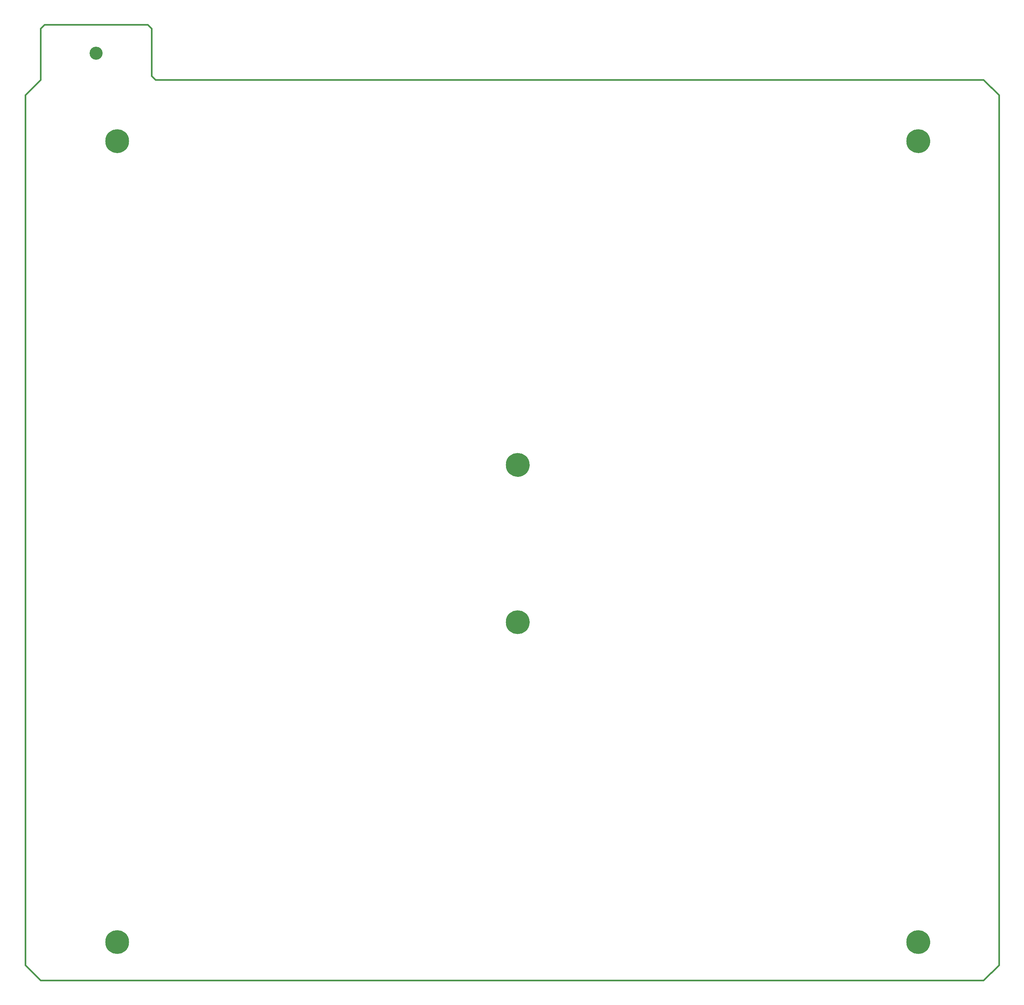
<source format=gbs>
G75*
%MOIN*%
%OFA0B0*%
%FSLAX25Y25*%
%IPPOS*%
%LPD*%
%AMOC8*
5,1,8,0,0,1.08239X$1,22.5*
%
%ADD10C,0.00000*%
%ADD11C,0.13398*%
%ADD12C,0.24422*%
%ADD13C,0.01600*%
D10*
X0003934Y0014445D02*
X0019682Y-0001303D01*
X0988186Y-0001303D01*
X1003934Y0014445D01*
X1003934Y0908146D01*
X0988186Y0923894D01*
X0137792Y0923894D01*
X0133855Y0927831D01*
X0133855Y0976650D01*
X0129918Y0980587D01*
X0023619Y0980587D01*
X0019682Y0976650D01*
X0019682Y0923894D01*
X0003934Y0908146D01*
X0003934Y0014445D01*
X0086611Y0038067D02*
X0086615Y0038357D01*
X0086625Y0038647D01*
X0086643Y0038936D01*
X0086668Y0039225D01*
X0086700Y0039513D01*
X0086739Y0039800D01*
X0086785Y0040086D01*
X0086838Y0040371D01*
X0086898Y0040655D01*
X0086965Y0040937D01*
X0087039Y0041217D01*
X0087120Y0041496D01*
X0087207Y0041772D01*
X0087301Y0042046D01*
X0087402Y0042318D01*
X0087510Y0042587D01*
X0087624Y0042853D01*
X0087745Y0043117D01*
X0087872Y0043377D01*
X0088006Y0043635D01*
X0088145Y0043889D01*
X0088291Y0044139D01*
X0088443Y0044386D01*
X0088602Y0044629D01*
X0088766Y0044868D01*
X0088935Y0045103D01*
X0089111Y0045334D01*
X0089292Y0045560D01*
X0089479Y0045782D01*
X0089671Y0045999D01*
X0089868Y0046211D01*
X0090070Y0046419D01*
X0090278Y0046621D01*
X0090490Y0046818D01*
X0090707Y0047010D01*
X0090929Y0047197D01*
X0091155Y0047378D01*
X0091386Y0047554D01*
X0091621Y0047723D01*
X0091860Y0047887D01*
X0092103Y0048046D01*
X0092350Y0048198D01*
X0092600Y0048344D01*
X0092854Y0048483D01*
X0093112Y0048617D01*
X0093372Y0048744D01*
X0093636Y0048865D01*
X0093902Y0048979D01*
X0094171Y0049087D01*
X0094443Y0049188D01*
X0094717Y0049282D01*
X0094993Y0049369D01*
X0095272Y0049450D01*
X0095552Y0049524D01*
X0095834Y0049591D01*
X0096118Y0049651D01*
X0096403Y0049704D01*
X0096689Y0049750D01*
X0096976Y0049789D01*
X0097264Y0049821D01*
X0097553Y0049846D01*
X0097842Y0049864D01*
X0098132Y0049874D01*
X0098422Y0049878D01*
X0098712Y0049874D01*
X0099002Y0049864D01*
X0099291Y0049846D01*
X0099580Y0049821D01*
X0099868Y0049789D01*
X0100155Y0049750D01*
X0100441Y0049704D01*
X0100726Y0049651D01*
X0101010Y0049591D01*
X0101292Y0049524D01*
X0101572Y0049450D01*
X0101851Y0049369D01*
X0102127Y0049282D01*
X0102401Y0049188D01*
X0102673Y0049087D01*
X0102942Y0048979D01*
X0103208Y0048865D01*
X0103472Y0048744D01*
X0103732Y0048617D01*
X0103990Y0048483D01*
X0104244Y0048344D01*
X0104494Y0048198D01*
X0104741Y0048046D01*
X0104984Y0047887D01*
X0105223Y0047723D01*
X0105458Y0047554D01*
X0105689Y0047378D01*
X0105915Y0047197D01*
X0106137Y0047010D01*
X0106354Y0046818D01*
X0106566Y0046621D01*
X0106774Y0046419D01*
X0106976Y0046211D01*
X0107173Y0045999D01*
X0107365Y0045782D01*
X0107552Y0045560D01*
X0107733Y0045334D01*
X0107909Y0045103D01*
X0108078Y0044868D01*
X0108242Y0044629D01*
X0108401Y0044386D01*
X0108553Y0044139D01*
X0108699Y0043889D01*
X0108838Y0043635D01*
X0108972Y0043377D01*
X0109099Y0043117D01*
X0109220Y0042853D01*
X0109334Y0042587D01*
X0109442Y0042318D01*
X0109543Y0042046D01*
X0109637Y0041772D01*
X0109724Y0041496D01*
X0109805Y0041217D01*
X0109879Y0040937D01*
X0109946Y0040655D01*
X0110006Y0040371D01*
X0110059Y0040086D01*
X0110105Y0039800D01*
X0110144Y0039513D01*
X0110176Y0039225D01*
X0110201Y0038936D01*
X0110219Y0038647D01*
X0110229Y0038357D01*
X0110233Y0038067D01*
X0110229Y0037777D01*
X0110219Y0037487D01*
X0110201Y0037198D01*
X0110176Y0036909D01*
X0110144Y0036621D01*
X0110105Y0036334D01*
X0110059Y0036048D01*
X0110006Y0035763D01*
X0109946Y0035479D01*
X0109879Y0035197D01*
X0109805Y0034917D01*
X0109724Y0034638D01*
X0109637Y0034362D01*
X0109543Y0034088D01*
X0109442Y0033816D01*
X0109334Y0033547D01*
X0109220Y0033281D01*
X0109099Y0033017D01*
X0108972Y0032757D01*
X0108838Y0032499D01*
X0108699Y0032245D01*
X0108553Y0031995D01*
X0108401Y0031748D01*
X0108242Y0031505D01*
X0108078Y0031266D01*
X0107909Y0031031D01*
X0107733Y0030800D01*
X0107552Y0030574D01*
X0107365Y0030352D01*
X0107173Y0030135D01*
X0106976Y0029923D01*
X0106774Y0029715D01*
X0106566Y0029513D01*
X0106354Y0029316D01*
X0106137Y0029124D01*
X0105915Y0028937D01*
X0105689Y0028756D01*
X0105458Y0028580D01*
X0105223Y0028411D01*
X0104984Y0028247D01*
X0104741Y0028088D01*
X0104494Y0027936D01*
X0104244Y0027790D01*
X0103990Y0027651D01*
X0103732Y0027517D01*
X0103472Y0027390D01*
X0103208Y0027269D01*
X0102942Y0027155D01*
X0102673Y0027047D01*
X0102401Y0026946D01*
X0102127Y0026852D01*
X0101851Y0026765D01*
X0101572Y0026684D01*
X0101292Y0026610D01*
X0101010Y0026543D01*
X0100726Y0026483D01*
X0100441Y0026430D01*
X0100155Y0026384D01*
X0099868Y0026345D01*
X0099580Y0026313D01*
X0099291Y0026288D01*
X0099002Y0026270D01*
X0098712Y0026260D01*
X0098422Y0026256D01*
X0098132Y0026260D01*
X0097842Y0026270D01*
X0097553Y0026288D01*
X0097264Y0026313D01*
X0096976Y0026345D01*
X0096689Y0026384D01*
X0096403Y0026430D01*
X0096118Y0026483D01*
X0095834Y0026543D01*
X0095552Y0026610D01*
X0095272Y0026684D01*
X0094993Y0026765D01*
X0094717Y0026852D01*
X0094443Y0026946D01*
X0094171Y0027047D01*
X0093902Y0027155D01*
X0093636Y0027269D01*
X0093372Y0027390D01*
X0093112Y0027517D01*
X0092854Y0027651D01*
X0092600Y0027790D01*
X0092350Y0027936D01*
X0092103Y0028088D01*
X0091860Y0028247D01*
X0091621Y0028411D01*
X0091386Y0028580D01*
X0091155Y0028756D01*
X0090929Y0028937D01*
X0090707Y0029124D01*
X0090490Y0029316D01*
X0090278Y0029513D01*
X0090070Y0029715D01*
X0089868Y0029923D01*
X0089671Y0030135D01*
X0089479Y0030352D01*
X0089292Y0030574D01*
X0089111Y0030800D01*
X0088935Y0031031D01*
X0088766Y0031266D01*
X0088602Y0031505D01*
X0088443Y0031748D01*
X0088291Y0031995D01*
X0088145Y0032245D01*
X0088006Y0032499D01*
X0087872Y0032757D01*
X0087745Y0033017D01*
X0087624Y0033281D01*
X0087510Y0033547D01*
X0087402Y0033816D01*
X0087301Y0034088D01*
X0087207Y0034362D01*
X0087120Y0034638D01*
X0087039Y0034917D01*
X0086965Y0035197D01*
X0086898Y0035479D01*
X0086838Y0035763D01*
X0086785Y0036048D01*
X0086739Y0036334D01*
X0086700Y0036621D01*
X0086668Y0036909D01*
X0086643Y0037198D01*
X0086625Y0037487D01*
X0086615Y0037777D01*
X0086611Y0038067D01*
X0092123Y0038067D02*
X0092125Y0038225D01*
X0092131Y0038383D01*
X0092141Y0038541D01*
X0092155Y0038699D01*
X0092173Y0038856D01*
X0092194Y0039013D01*
X0092220Y0039169D01*
X0092250Y0039325D01*
X0092283Y0039480D01*
X0092321Y0039633D01*
X0092362Y0039786D01*
X0092407Y0039938D01*
X0092456Y0040089D01*
X0092509Y0040238D01*
X0092565Y0040386D01*
X0092625Y0040532D01*
X0092689Y0040677D01*
X0092757Y0040820D01*
X0092828Y0040962D01*
X0092902Y0041102D01*
X0092980Y0041239D01*
X0093062Y0041375D01*
X0093146Y0041509D01*
X0093235Y0041640D01*
X0093326Y0041769D01*
X0093421Y0041896D01*
X0093518Y0042021D01*
X0093619Y0042143D01*
X0093723Y0042262D01*
X0093830Y0042379D01*
X0093940Y0042493D01*
X0094053Y0042604D01*
X0094168Y0042713D01*
X0094286Y0042818D01*
X0094407Y0042920D01*
X0094530Y0043020D01*
X0094656Y0043116D01*
X0094784Y0043209D01*
X0094914Y0043299D01*
X0095047Y0043385D01*
X0095182Y0043469D01*
X0095318Y0043548D01*
X0095457Y0043625D01*
X0095598Y0043697D01*
X0095740Y0043767D01*
X0095884Y0043832D01*
X0096030Y0043894D01*
X0096177Y0043952D01*
X0096326Y0044007D01*
X0096476Y0044058D01*
X0096627Y0044105D01*
X0096779Y0044148D01*
X0096932Y0044187D01*
X0097087Y0044223D01*
X0097242Y0044254D01*
X0097398Y0044282D01*
X0097554Y0044306D01*
X0097711Y0044326D01*
X0097869Y0044342D01*
X0098026Y0044354D01*
X0098185Y0044362D01*
X0098343Y0044366D01*
X0098501Y0044366D01*
X0098659Y0044362D01*
X0098818Y0044354D01*
X0098975Y0044342D01*
X0099133Y0044326D01*
X0099290Y0044306D01*
X0099446Y0044282D01*
X0099602Y0044254D01*
X0099757Y0044223D01*
X0099912Y0044187D01*
X0100065Y0044148D01*
X0100217Y0044105D01*
X0100368Y0044058D01*
X0100518Y0044007D01*
X0100667Y0043952D01*
X0100814Y0043894D01*
X0100960Y0043832D01*
X0101104Y0043767D01*
X0101246Y0043697D01*
X0101387Y0043625D01*
X0101526Y0043548D01*
X0101662Y0043469D01*
X0101797Y0043385D01*
X0101930Y0043299D01*
X0102060Y0043209D01*
X0102188Y0043116D01*
X0102314Y0043020D01*
X0102437Y0042920D01*
X0102558Y0042818D01*
X0102676Y0042713D01*
X0102791Y0042604D01*
X0102904Y0042493D01*
X0103014Y0042379D01*
X0103121Y0042262D01*
X0103225Y0042143D01*
X0103326Y0042021D01*
X0103423Y0041896D01*
X0103518Y0041769D01*
X0103609Y0041640D01*
X0103698Y0041509D01*
X0103782Y0041375D01*
X0103864Y0041239D01*
X0103942Y0041102D01*
X0104016Y0040962D01*
X0104087Y0040820D01*
X0104155Y0040677D01*
X0104219Y0040532D01*
X0104279Y0040386D01*
X0104335Y0040238D01*
X0104388Y0040089D01*
X0104437Y0039938D01*
X0104482Y0039786D01*
X0104523Y0039633D01*
X0104561Y0039480D01*
X0104594Y0039325D01*
X0104624Y0039169D01*
X0104650Y0039013D01*
X0104671Y0038856D01*
X0104689Y0038699D01*
X0104703Y0038541D01*
X0104713Y0038383D01*
X0104719Y0038225D01*
X0104721Y0038067D01*
X0104719Y0037909D01*
X0104713Y0037751D01*
X0104703Y0037593D01*
X0104689Y0037435D01*
X0104671Y0037278D01*
X0104650Y0037121D01*
X0104624Y0036965D01*
X0104594Y0036809D01*
X0104561Y0036654D01*
X0104523Y0036501D01*
X0104482Y0036348D01*
X0104437Y0036196D01*
X0104388Y0036045D01*
X0104335Y0035896D01*
X0104279Y0035748D01*
X0104219Y0035602D01*
X0104155Y0035457D01*
X0104087Y0035314D01*
X0104016Y0035172D01*
X0103942Y0035032D01*
X0103864Y0034895D01*
X0103782Y0034759D01*
X0103698Y0034625D01*
X0103609Y0034494D01*
X0103518Y0034365D01*
X0103423Y0034238D01*
X0103326Y0034113D01*
X0103225Y0033991D01*
X0103121Y0033872D01*
X0103014Y0033755D01*
X0102904Y0033641D01*
X0102791Y0033530D01*
X0102676Y0033421D01*
X0102558Y0033316D01*
X0102437Y0033214D01*
X0102314Y0033114D01*
X0102188Y0033018D01*
X0102060Y0032925D01*
X0101930Y0032835D01*
X0101797Y0032749D01*
X0101662Y0032665D01*
X0101526Y0032586D01*
X0101387Y0032509D01*
X0101246Y0032437D01*
X0101104Y0032367D01*
X0100960Y0032302D01*
X0100814Y0032240D01*
X0100667Y0032182D01*
X0100518Y0032127D01*
X0100368Y0032076D01*
X0100217Y0032029D01*
X0100065Y0031986D01*
X0099912Y0031947D01*
X0099757Y0031911D01*
X0099602Y0031880D01*
X0099446Y0031852D01*
X0099290Y0031828D01*
X0099133Y0031808D01*
X0098975Y0031792D01*
X0098818Y0031780D01*
X0098659Y0031772D01*
X0098501Y0031768D01*
X0098343Y0031768D01*
X0098185Y0031772D01*
X0098026Y0031780D01*
X0097869Y0031792D01*
X0097711Y0031808D01*
X0097554Y0031828D01*
X0097398Y0031852D01*
X0097242Y0031880D01*
X0097087Y0031911D01*
X0096932Y0031947D01*
X0096779Y0031986D01*
X0096627Y0032029D01*
X0096476Y0032076D01*
X0096326Y0032127D01*
X0096177Y0032182D01*
X0096030Y0032240D01*
X0095884Y0032302D01*
X0095740Y0032367D01*
X0095598Y0032437D01*
X0095457Y0032509D01*
X0095318Y0032586D01*
X0095182Y0032665D01*
X0095047Y0032749D01*
X0094914Y0032835D01*
X0094784Y0032925D01*
X0094656Y0033018D01*
X0094530Y0033114D01*
X0094407Y0033214D01*
X0094286Y0033316D01*
X0094168Y0033421D01*
X0094053Y0033530D01*
X0093940Y0033641D01*
X0093830Y0033755D01*
X0093723Y0033872D01*
X0093619Y0033991D01*
X0093518Y0034113D01*
X0093421Y0034238D01*
X0093326Y0034365D01*
X0093235Y0034494D01*
X0093146Y0034625D01*
X0093062Y0034759D01*
X0092980Y0034895D01*
X0092902Y0035032D01*
X0092828Y0035172D01*
X0092757Y0035314D01*
X0092689Y0035457D01*
X0092625Y0035602D01*
X0092565Y0035748D01*
X0092509Y0035896D01*
X0092456Y0036045D01*
X0092407Y0036196D01*
X0092362Y0036348D01*
X0092321Y0036501D01*
X0092283Y0036654D01*
X0092250Y0036809D01*
X0092220Y0036965D01*
X0092194Y0037121D01*
X0092173Y0037278D01*
X0092155Y0037435D01*
X0092141Y0037593D01*
X0092131Y0037751D01*
X0092125Y0037909D01*
X0092123Y0038067D01*
X0498028Y0366807D02*
X0498032Y0367097D01*
X0498042Y0367387D01*
X0498060Y0367676D01*
X0498085Y0367965D01*
X0498117Y0368253D01*
X0498156Y0368540D01*
X0498202Y0368826D01*
X0498255Y0369111D01*
X0498315Y0369395D01*
X0498382Y0369677D01*
X0498456Y0369957D01*
X0498537Y0370236D01*
X0498624Y0370512D01*
X0498718Y0370786D01*
X0498819Y0371058D01*
X0498927Y0371327D01*
X0499041Y0371593D01*
X0499162Y0371857D01*
X0499289Y0372117D01*
X0499423Y0372375D01*
X0499562Y0372629D01*
X0499708Y0372879D01*
X0499860Y0373126D01*
X0500019Y0373369D01*
X0500183Y0373608D01*
X0500352Y0373843D01*
X0500528Y0374074D01*
X0500709Y0374300D01*
X0500896Y0374522D01*
X0501088Y0374739D01*
X0501285Y0374951D01*
X0501487Y0375159D01*
X0501695Y0375361D01*
X0501907Y0375558D01*
X0502124Y0375750D01*
X0502346Y0375937D01*
X0502572Y0376118D01*
X0502803Y0376294D01*
X0503038Y0376463D01*
X0503277Y0376627D01*
X0503520Y0376786D01*
X0503767Y0376938D01*
X0504017Y0377084D01*
X0504271Y0377223D01*
X0504529Y0377357D01*
X0504789Y0377484D01*
X0505053Y0377605D01*
X0505319Y0377719D01*
X0505588Y0377827D01*
X0505860Y0377928D01*
X0506134Y0378022D01*
X0506410Y0378109D01*
X0506689Y0378190D01*
X0506969Y0378264D01*
X0507251Y0378331D01*
X0507535Y0378391D01*
X0507820Y0378444D01*
X0508106Y0378490D01*
X0508393Y0378529D01*
X0508681Y0378561D01*
X0508970Y0378586D01*
X0509259Y0378604D01*
X0509549Y0378614D01*
X0509839Y0378618D01*
X0510129Y0378614D01*
X0510419Y0378604D01*
X0510708Y0378586D01*
X0510997Y0378561D01*
X0511285Y0378529D01*
X0511572Y0378490D01*
X0511858Y0378444D01*
X0512143Y0378391D01*
X0512427Y0378331D01*
X0512709Y0378264D01*
X0512989Y0378190D01*
X0513268Y0378109D01*
X0513544Y0378022D01*
X0513818Y0377928D01*
X0514090Y0377827D01*
X0514359Y0377719D01*
X0514625Y0377605D01*
X0514889Y0377484D01*
X0515149Y0377357D01*
X0515407Y0377223D01*
X0515661Y0377084D01*
X0515911Y0376938D01*
X0516158Y0376786D01*
X0516401Y0376627D01*
X0516640Y0376463D01*
X0516875Y0376294D01*
X0517106Y0376118D01*
X0517332Y0375937D01*
X0517554Y0375750D01*
X0517771Y0375558D01*
X0517983Y0375361D01*
X0518191Y0375159D01*
X0518393Y0374951D01*
X0518590Y0374739D01*
X0518782Y0374522D01*
X0518969Y0374300D01*
X0519150Y0374074D01*
X0519326Y0373843D01*
X0519495Y0373608D01*
X0519659Y0373369D01*
X0519818Y0373126D01*
X0519970Y0372879D01*
X0520116Y0372629D01*
X0520255Y0372375D01*
X0520389Y0372117D01*
X0520516Y0371857D01*
X0520637Y0371593D01*
X0520751Y0371327D01*
X0520859Y0371058D01*
X0520960Y0370786D01*
X0521054Y0370512D01*
X0521141Y0370236D01*
X0521222Y0369957D01*
X0521296Y0369677D01*
X0521363Y0369395D01*
X0521423Y0369111D01*
X0521476Y0368826D01*
X0521522Y0368540D01*
X0521561Y0368253D01*
X0521593Y0367965D01*
X0521618Y0367676D01*
X0521636Y0367387D01*
X0521646Y0367097D01*
X0521650Y0366807D01*
X0521646Y0366517D01*
X0521636Y0366227D01*
X0521618Y0365938D01*
X0521593Y0365649D01*
X0521561Y0365361D01*
X0521522Y0365074D01*
X0521476Y0364788D01*
X0521423Y0364503D01*
X0521363Y0364219D01*
X0521296Y0363937D01*
X0521222Y0363657D01*
X0521141Y0363378D01*
X0521054Y0363102D01*
X0520960Y0362828D01*
X0520859Y0362556D01*
X0520751Y0362287D01*
X0520637Y0362021D01*
X0520516Y0361757D01*
X0520389Y0361497D01*
X0520255Y0361239D01*
X0520116Y0360985D01*
X0519970Y0360735D01*
X0519818Y0360488D01*
X0519659Y0360245D01*
X0519495Y0360006D01*
X0519326Y0359771D01*
X0519150Y0359540D01*
X0518969Y0359314D01*
X0518782Y0359092D01*
X0518590Y0358875D01*
X0518393Y0358663D01*
X0518191Y0358455D01*
X0517983Y0358253D01*
X0517771Y0358056D01*
X0517554Y0357864D01*
X0517332Y0357677D01*
X0517106Y0357496D01*
X0516875Y0357320D01*
X0516640Y0357151D01*
X0516401Y0356987D01*
X0516158Y0356828D01*
X0515911Y0356676D01*
X0515661Y0356530D01*
X0515407Y0356391D01*
X0515149Y0356257D01*
X0514889Y0356130D01*
X0514625Y0356009D01*
X0514359Y0355895D01*
X0514090Y0355787D01*
X0513818Y0355686D01*
X0513544Y0355592D01*
X0513268Y0355505D01*
X0512989Y0355424D01*
X0512709Y0355350D01*
X0512427Y0355283D01*
X0512143Y0355223D01*
X0511858Y0355170D01*
X0511572Y0355124D01*
X0511285Y0355085D01*
X0510997Y0355053D01*
X0510708Y0355028D01*
X0510419Y0355010D01*
X0510129Y0355000D01*
X0509839Y0354996D01*
X0509549Y0355000D01*
X0509259Y0355010D01*
X0508970Y0355028D01*
X0508681Y0355053D01*
X0508393Y0355085D01*
X0508106Y0355124D01*
X0507820Y0355170D01*
X0507535Y0355223D01*
X0507251Y0355283D01*
X0506969Y0355350D01*
X0506689Y0355424D01*
X0506410Y0355505D01*
X0506134Y0355592D01*
X0505860Y0355686D01*
X0505588Y0355787D01*
X0505319Y0355895D01*
X0505053Y0356009D01*
X0504789Y0356130D01*
X0504529Y0356257D01*
X0504271Y0356391D01*
X0504017Y0356530D01*
X0503767Y0356676D01*
X0503520Y0356828D01*
X0503277Y0356987D01*
X0503038Y0357151D01*
X0502803Y0357320D01*
X0502572Y0357496D01*
X0502346Y0357677D01*
X0502124Y0357864D01*
X0501907Y0358056D01*
X0501695Y0358253D01*
X0501487Y0358455D01*
X0501285Y0358663D01*
X0501088Y0358875D01*
X0500896Y0359092D01*
X0500709Y0359314D01*
X0500528Y0359540D01*
X0500352Y0359771D01*
X0500183Y0360006D01*
X0500019Y0360245D01*
X0499860Y0360488D01*
X0499708Y0360735D01*
X0499562Y0360985D01*
X0499423Y0361239D01*
X0499289Y0361497D01*
X0499162Y0361757D01*
X0499041Y0362021D01*
X0498927Y0362287D01*
X0498819Y0362556D01*
X0498718Y0362828D01*
X0498624Y0363102D01*
X0498537Y0363378D01*
X0498456Y0363657D01*
X0498382Y0363937D01*
X0498315Y0364219D01*
X0498255Y0364503D01*
X0498202Y0364788D01*
X0498156Y0365074D01*
X0498117Y0365361D01*
X0498085Y0365649D01*
X0498060Y0365938D01*
X0498042Y0366227D01*
X0498032Y0366517D01*
X0498028Y0366807D01*
X0498028Y0528224D02*
X0498032Y0528514D01*
X0498042Y0528804D01*
X0498060Y0529093D01*
X0498085Y0529382D01*
X0498117Y0529670D01*
X0498156Y0529957D01*
X0498202Y0530243D01*
X0498255Y0530528D01*
X0498315Y0530812D01*
X0498382Y0531094D01*
X0498456Y0531374D01*
X0498537Y0531653D01*
X0498624Y0531929D01*
X0498718Y0532203D01*
X0498819Y0532475D01*
X0498927Y0532744D01*
X0499041Y0533010D01*
X0499162Y0533274D01*
X0499289Y0533534D01*
X0499423Y0533792D01*
X0499562Y0534046D01*
X0499708Y0534296D01*
X0499860Y0534543D01*
X0500019Y0534786D01*
X0500183Y0535025D01*
X0500352Y0535260D01*
X0500528Y0535491D01*
X0500709Y0535717D01*
X0500896Y0535939D01*
X0501088Y0536156D01*
X0501285Y0536368D01*
X0501487Y0536576D01*
X0501695Y0536778D01*
X0501907Y0536975D01*
X0502124Y0537167D01*
X0502346Y0537354D01*
X0502572Y0537535D01*
X0502803Y0537711D01*
X0503038Y0537880D01*
X0503277Y0538044D01*
X0503520Y0538203D01*
X0503767Y0538355D01*
X0504017Y0538501D01*
X0504271Y0538640D01*
X0504529Y0538774D01*
X0504789Y0538901D01*
X0505053Y0539022D01*
X0505319Y0539136D01*
X0505588Y0539244D01*
X0505860Y0539345D01*
X0506134Y0539439D01*
X0506410Y0539526D01*
X0506689Y0539607D01*
X0506969Y0539681D01*
X0507251Y0539748D01*
X0507535Y0539808D01*
X0507820Y0539861D01*
X0508106Y0539907D01*
X0508393Y0539946D01*
X0508681Y0539978D01*
X0508970Y0540003D01*
X0509259Y0540021D01*
X0509549Y0540031D01*
X0509839Y0540035D01*
X0510129Y0540031D01*
X0510419Y0540021D01*
X0510708Y0540003D01*
X0510997Y0539978D01*
X0511285Y0539946D01*
X0511572Y0539907D01*
X0511858Y0539861D01*
X0512143Y0539808D01*
X0512427Y0539748D01*
X0512709Y0539681D01*
X0512989Y0539607D01*
X0513268Y0539526D01*
X0513544Y0539439D01*
X0513818Y0539345D01*
X0514090Y0539244D01*
X0514359Y0539136D01*
X0514625Y0539022D01*
X0514889Y0538901D01*
X0515149Y0538774D01*
X0515407Y0538640D01*
X0515661Y0538501D01*
X0515911Y0538355D01*
X0516158Y0538203D01*
X0516401Y0538044D01*
X0516640Y0537880D01*
X0516875Y0537711D01*
X0517106Y0537535D01*
X0517332Y0537354D01*
X0517554Y0537167D01*
X0517771Y0536975D01*
X0517983Y0536778D01*
X0518191Y0536576D01*
X0518393Y0536368D01*
X0518590Y0536156D01*
X0518782Y0535939D01*
X0518969Y0535717D01*
X0519150Y0535491D01*
X0519326Y0535260D01*
X0519495Y0535025D01*
X0519659Y0534786D01*
X0519818Y0534543D01*
X0519970Y0534296D01*
X0520116Y0534046D01*
X0520255Y0533792D01*
X0520389Y0533534D01*
X0520516Y0533274D01*
X0520637Y0533010D01*
X0520751Y0532744D01*
X0520859Y0532475D01*
X0520960Y0532203D01*
X0521054Y0531929D01*
X0521141Y0531653D01*
X0521222Y0531374D01*
X0521296Y0531094D01*
X0521363Y0530812D01*
X0521423Y0530528D01*
X0521476Y0530243D01*
X0521522Y0529957D01*
X0521561Y0529670D01*
X0521593Y0529382D01*
X0521618Y0529093D01*
X0521636Y0528804D01*
X0521646Y0528514D01*
X0521650Y0528224D01*
X0521646Y0527934D01*
X0521636Y0527644D01*
X0521618Y0527355D01*
X0521593Y0527066D01*
X0521561Y0526778D01*
X0521522Y0526491D01*
X0521476Y0526205D01*
X0521423Y0525920D01*
X0521363Y0525636D01*
X0521296Y0525354D01*
X0521222Y0525074D01*
X0521141Y0524795D01*
X0521054Y0524519D01*
X0520960Y0524245D01*
X0520859Y0523973D01*
X0520751Y0523704D01*
X0520637Y0523438D01*
X0520516Y0523174D01*
X0520389Y0522914D01*
X0520255Y0522656D01*
X0520116Y0522402D01*
X0519970Y0522152D01*
X0519818Y0521905D01*
X0519659Y0521662D01*
X0519495Y0521423D01*
X0519326Y0521188D01*
X0519150Y0520957D01*
X0518969Y0520731D01*
X0518782Y0520509D01*
X0518590Y0520292D01*
X0518393Y0520080D01*
X0518191Y0519872D01*
X0517983Y0519670D01*
X0517771Y0519473D01*
X0517554Y0519281D01*
X0517332Y0519094D01*
X0517106Y0518913D01*
X0516875Y0518737D01*
X0516640Y0518568D01*
X0516401Y0518404D01*
X0516158Y0518245D01*
X0515911Y0518093D01*
X0515661Y0517947D01*
X0515407Y0517808D01*
X0515149Y0517674D01*
X0514889Y0517547D01*
X0514625Y0517426D01*
X0514359Y0517312D01*
X0514090Y0517204D01*
X0513818Y0517103D01*
X0513544Y0517009D01*
X0513268Y0516922D01*
X0512989Y0516841D01*
X0512709Y0516767D01*
X0512427Y0516700D01*
X0512143Y0516640D01*
X0511858Y0516587D01*
X0511572Y0516541D01*
X0511285Y0516502D01*
X0510997Y0516470D01*
X0510708Y0516445D01*
X0510419Y0516427D01*
X0510129Y0516417D01*
X0509839Y0516413D01*
X0509549Y0516417D01*
X0509259Y0516427D01*
X0508970Y0516445D01*
X0508681Y0516470D01*
X0508393Y0516502D01*
X0508106Y0516541D01*
X0507820Y0516587D01*
X0507535Y0516640D01*
X0507251Y0516700D01*
X0506969Y0516767D01*
X0506689Y0516841D01*
X0506410Y0516922D01*
X0506134Y0517009D01*
X0505860Y0517103D01*
X0505588Y0517204D01*
X0505319Y0517312D01*
X0505053Y0517426D01*
X0504789Y0517547D01*
X0504529Y0517674D01*
X0504271Y0517808D01*
X0504017Y0517947D01*
X0503767Y0518093D01*
X0503520Y0518245D01*
X0503277Y0518404D01*
X0503038Y0518568D01*
X0502803Y0518737D01*
X0502572Y0518913D01*
X0502346Y0519094D01*
X0502124Y0519281D01*
X0501907Y0519473D01*
X0501695Y0519670D01*
X0501487Y0519872D01*
X0501285Y0520080D01*
X0501088Y0520292D01*
X0500896Y0520509D01*
X0500709Y0520731D01*
X0500528Y0520957D01*
X0500352Y0521188D01*
X0500183Y0521423D01*
X0500019Y0521662D01*
X0499860Y0521905D01*
X0499708Y0522152D01*
X0499562Y0522402D01*
X0499423Y0522656D01*
X0499289Y0522914D01*
X0499162Y0523174D01*
X0499041Y0523438D01*
X0498927Y0523704D01*
X0498819Y0523973D01*
X0498718Y0524245D01*
X0498624Y0524519D01*
X0498537Y0524795D01*
X0498456Y0525074D01*
X0498382Y0525354D01*
X0498315Y0525636D01*
X0498255Y0525920D01*
X0498202Y0526205D01*
X0498156Y0526491D01*
X0498117Y0526778D01*
X0498085Y0527066D01*
X0498060Y0527355D01*
X0498042Y0527644D01*
X0498032Y0527934D01*
X0498028Y0528224D01*
X0086611Y0860902D02*
X0086615Y0861192D01*
X0086625Y0861482D01*
X0086643Y0861771D01*
X0086668Y0862060D01*
X0086700Y0862348D01*
X0086739Y0862635D01*
X0086785Y0862921D01*
X0086838Y0863206D01*
X0086898Y0863490D01*
X0086965Y0863772D01*
X0087039Y0864052D01*
X0087120Y0864331D01*
X0087207Y0864607D01*
X0087301Y0864881D01*
X0087402Y0865153D01*
X0087510Y0865422D01*
X0087624Y0865688D01*
X0087745Y0865952D01*
X0087872Y0866212D01*
X0088006Y0866470D01*
X0088145Y0866724D01*
X0088291Y0866974D01*
X0088443Y0867221D01*
X0088602Y0867464D01*
X0088766Y0867703D01*
X0088935Y0867938D01*
X0089111Y0868169D01*
X0089292Y0868395D01*
X0089479Y0868617D01*
X0089671Y0868834D01*
X0089868Y0869046D01*
X0090070Y0869254D01*
X0090278Y0869456D01*
X0090490Y0869653D01*
X0090707Y0869845D01*
X0090929Y0870032D01*
X0091155Y0870213D01*
X0091386Y0870389D01*
X0091621Y0870558D01*
X0091860Y0870722D01*
X0092103Y0870881D01*
X0092350Y0871033D01*
X0092600Y0871179D01*
X0092854Y0871318D01*
X0093112Y0871452D01*
X0093372Y0871579D01*
X0093636Y0871700D01*
X0093902Y0871814D01*
X0094171Y0871922D01*
X0094443Y0872023D01*
X0094717Y0872117D01*
X0094993Y0872204D01*
X0095272Y0872285D01*
X0095552Y0872359D01*
X0095834Y0872426D01*
X0096118Y0872486D01*
X0096403Y0872539D01*
X0096689Y0872585D01*
X0096976Y0872624D01*
X0097264Y0872656D01*
X0097553Y0872681D01*
X0097842Y0872699D01*
X0098132Y0872709D01*
X0098422Y0872713D01*
X0098712Y0872709D01*
X0099002Y0872699D01*
X0099291Y0872681D01*
X0099580Y0872656D01*
X0099868Y0872624D01*
X0100155Y0872585D01*
X0100441Y0872539D01*
X0100726Y0872486D01*
X0101010Y0872426D01*
X0101292Y0872359D01*
X0101572Y0872285D01*
X0101851Y0872204D01*
X0102127Y0872117D01*
X0102401Y0872023D01*
X0102673Y0871922D01*
X0102942Y0871814D01*
X0103208Y0871700D01*
X0103472Y0871579D01*
X0103732Y0871452D01*
X0103990Y0871318D01*
X0104244Y0871179D01*
X0104494Y0871033D01*
X0104741Y0870881D01*
X0104984Y0870722D01*
X0105223Y0870558D01*
X0105458Y0870389D01*
X0105689Y0870213D01*
X0105915Y0870032D01*
X0106137Y0869845D01*
X0106354Y0869653D01*
X0106566Y0869456D01*
X0106774Y0869254D01*
X0106976Y0869046D01*
X0107173Y0868834D01*
X0107365Y0868617D01*
X0107552Y0868395D01*
X0107733Y0868169D01*
X0107909Y0867938D01*
X0108078Y0867703D01*
X0108242Y0867464D01*
X0108401Y0867221D01*
X0108553Y0866974D01*
X0108699Y0866724D01*
X0108838Y0866470D01*
X0108972Y0866212D01*
X0109099Y0865952D01*
X0109220Y0865688D01*
X0109334Y0865422D01*
X0109442Y0865153D01*
X0109543Y0864881D01*
X0109637Y0864607D01*
X0109724Y0864331D01*
X0109805Y0864052D01*
X0109879Y0863772D01*
X0109946Y0863490D01*
X0110006Y0863206D01*
X0110059Y0862921D01*
X0110105Y0862635D01*
X0110144Y0862348D01*
X0110176Y0862060D01*
X0110201Y0861771D01*
X0110219Y0861482D01*
X0110229Y0861192D01*
X0110233Y0860902D01*
X0110229Y0860612D01*
X0110219Y0860322D01*
X0110201Y0860033D01*
X0110176Y0859744D01*
X0110144Y0859456D01*
X0110105Y0859169D01*
X0110059Y0858883D01*
X0110006Y0858598D01*
X0109946Y0858314D01*
X0109879Y0858032D01*
X0109805Y0857752D01*
X0109724Y0857473D01*
X0109637Y0857197D01*
X0109543Y0856923D01*
X0109442Y0856651D01*
X0109334Y0856382D01*
X0109220Y0856116D01*
X0109099Y0855852D01*
X0108972Y0855592D01*
X0108838Y0855334D01*
X0108699Y0855080D01*
X0108553Y0854830D01*
X0108401Y0854583D01*
X0108242Y0854340D01*
X0108078Y0854101D01*
X0107909Y0853866D01*
X0107733Y0853635D01*
X0107552Y0853409D01*
X0107365Y0853187D01*
X0107173Y0852970D01*
X0106976Y0852758D01*
X0106774Y0852550D01*
X0106566Y0852348D01*
X0106354Y0852151D01*
X0106137Y0851959D01*
X0105915Y0851772D01*
X0105689Y0851591D01*
X0105458Y0851415D01*
X0105223Y0851246D01*
X0104984Y0851082D01*
X0104741Y0850923D01*
X0104494Y0850771D01*
X0104244Y0850625D01*
X0103990Y0850486D01*
X0103732Y0850352D01*
X0103472Y0850225D01*
X0103208Y0850104D01*
X0102942Y0849990D01*
X0102673Y0849882D01*
X0102401Y0849781D01*
X0102127Y0849687D01*
X0101851Y0849600D01*
X0101572Y0849519D01*
X0101292Y0849445D01*
X0101010Y0849378D01*
X0100726Y0849318D01*
X0100441Y0849265D01*
X0100155Y0849219D01*
X0099868Y0849180D01*
X0099580Y0849148D01*
X0099291Y0849123D01*
X0099002Y0849105D01*
X0098712Y0849095D01*
X0098422Y0849091D01*
X0098132Y0849095D01*
X0097842Y0849105D01*
X0097553Y0849123D01*
X0097264Y0849148D01*
X0096976Y0849180D01*
X0096689Y0849219D01*
X0096403Y0849265D01*
X0096118Y0849318D01*
X0095834Y0849378D01*
X0095552Y0849445D01*
X0095272Y0849519D01*
X0094993Y0849600D01*
X0094717Y0849687D01*
X0094443Y0849781D01*
X0094171Y0849882D01*
X0093902Y0849990D01*
X0093636Y0850104D01*
X0093372Y0850225D01*
X0093112Y0850352D01*
X0092854Y0850486D01*
X0092600Y0850625D01*
X0092350Y0850771D01*
X0092103Y0850923D01*
X0091860Y0851082D01*
X0091621Y0851246D01*
X0091386Y0851415D01*
X0091155Y0851591D01*
X0090929Y0851772D01*
X0090707Y0851959D01*
X0090490Y0852151D01*
X0090278Y0852348D01*
X0090070Y0852550D01*
X0089868Y0852758D01*
X0089671Y0852970D01*
X0089479Y0853187D01*
X0089292Y0853409D01*
X0089111Y0853635D01*
X0088935Y0853866D01*
X0088766Y0854101D01*
X0088602Y0854340D01*
X0088443Y0854583D01*
X0088291Y0854830D01*
X0088145Y0855080D01*
X0088006Y0855334D01*
X0087872Y0855592D01*
X0087745Y0855852D01*
X0087624Y0856116D01*
X0087510Y0856382D01*
X0087402Y0856651D01*
X0087301Y0856923D01*
X0087207Y0857197D01*
X0087120Y0857473D01*
X0087039Y0857752D01*
X0086965Y0858032D01*
X0086898Y0858314D01*
X0086838Y0858598D01*
X0086785Y0858883D01*
X0086739Y0859169D01*
X0086700Y0859456D01*
X0086668Y0859744D01*
X0086643Y0860033D01*
X0086625Y0860322D01*
X0086615Y0860612D01*
X0086611Y0860902D01*
X0092123Y0860902D02*
X0092125Y0861060D01*
X0092131Y0861218D01*
X0092141Y0861376D01*
X0092155Y0861534D01*
X0092173Y0861691D01*
X0092194Y0861848D01*
X0092220Y0862004D01*
X0092250Y0862160D01*
X0092283Y0862315D01*
X0092321Y0862468D01*
X0092362Y0862621D01*
X0092407Y0862773D01*
X0092456Y0862924D01*
X0092509Y0863073D01*
X0092565Y0863221D01*
X0092625Y0863367D01*
X0092689Y0863512D01*
X0092757Y0863655D01*
X0092828Y0863797D01*
X0092902Y0863937D01*
X0092980Y0864074D01*
X0093062Y0864210D01*
X0093146Y0864344D01*
X0093235Y0864475D01*
X0093326Y0864604D01*
X0093421Y0864731D01*
X0093518Y0864856D01*
X0093619Y0864978D01*
X0093723Y0865097D01*
X0093830Y0865214D01*
X0093940Y0865328D01*
X0094053Y0865439D01*
X0094168Y0865548D01*
X0094286Y0865653D01*
X0094407Y0865755D01*
X0094530Y0865855D01*
X0094656Y0865951D01*
X0094784Y0866044D01*
X0094914Y0866134D01*
X0095047Y0866220D01*
X0095182Y0866304D01*
X0095318Y0866383D01*
X0095457Y0866460D01*
X0095598Y0866532D01*
X0095740Y0866602D01*
X0095884Y0866667D01*
X0096030Y0866729D01*
X0096177Y0866787D01*
X0096326Y0866842D01*
X0096476Y0866893D01*
X0096627Y0866940D01*
X0096779Y0866983D01*
X0096932Y0867022D01*
X0097087Y0867058D01*
X0097242Y0867089D01*
X0097398Y0867117D01*
X0097554Y0867141D01*
X0097711Y0867161D01*
X0097869Y0867177D01*
X0098026Y0867189D01*
X0098185Y0867197D01*
X0098343Y0867201D01*
X0098501Y0867201D01*
X0098659Y0867197D01*
X0098818Y0867189D01*
X0098975Y0867177D01*
X0099133Y0867161D01*
X0099290Y0867141D01*
X0099446Y0867117D01*
X0099602Y0867089D01*
X0099757Y0867058D01*
X0099912Y0867022D01*
X0100065Y0866983D01*
X0100217Y0866940D01*
X0100368Y0866893D01*
X0100518Y0866842D01*
X0100667Y0866787D01*
X0100814Y0866729D01*
X0100960Y0866667D01*
X0101104Y0866602D01*
X0101246Y0866532D01*
X0101387Y0866460D01*
X0101526Y0866383D01*
X0101662Y0866304D01*
X0101797Y0866220D01*
X0101930Y0866134D01*
X0102060Y0866044D01*
X0102188Y0865951D01*
X0102314Y0865855D01*
X0102437Y0865755D01*
X0102558Y0865653D01*
X0102676Y0865548D01*
X0102791Y0865439D01*
X0102904Y0865328D01*
X0103014Y0865214D01*
X0103121Y0865097D01*
X0103225Y0864978D01*
X0103326Y0864856D01*
X0103423Y0864731D01*
X0103518Y0864604D01*
X0103609Y0864475D01*
X0103698Y0864344D01*
X0103782Y0864210D01*
X0103864Y0864074D01*
X0103942Y0863937D01*
X0104016Y0863797D01*
X0104087Y0863655D01*
X0104155Y0863512D01*
X0104219Y0863367D01*
X0104279Y0863221D01*
X0104335Y0863073D01*
X0104388Y0862924D01*
X0104437Y0862773D01*
X0104482Y0862621D01*
X0104523Y0862468D01*
X0104561Y0862315D01*
X0104594Y0862160D01*
X0104624Y0862004D01*
X0104650Y0861848D01*
X0104671Y0861691D01*
X0104689Y0861534D01*
X0104703Y0861376D01*
X0104713Y0861218D01*
X0104719Y0861060D01*
X0104721Y0860902D01*
X0104719Y0860744D01*
X0104713Y0860586D01*
X0104703Y0860428D01*
X0104689Y0860270D01*
X0104671Y0860113D01*
X0104650Y0859956D01*
X0104624Y0859800D01*
X0104594Y0859644D01*
X0104561Y0859489D01*
X0104523Y0859336D01*
X0104482Y0859183D01*
X0104437Y0859031D01*
X0104388Y0858880D01*
X0104335Y0858731D01*
X0104279Y0858583D01*
X0104219Y0858437D01*
X0104155Y0858292D01*
X0104087Y0858149D01*
X0104016Y0858007D01*
X0103942Y0857867D01*
X0103864Y0857730D01*
X0103782Y0857594D01*
X0103698Y0857460D01*
X0103609Y0857329D01*
X0103518Y0857200D01*
X0103423Y0857073D01*
X0103326Y0856948D01*
X0103225Y0856826D01*
X0103121Y0856707D01*
X0103014Y0856590D01*
X0102904Y0856476D01*
X0102791Y0856365D01*
X0102676Y0856256D01*
X0102558Y0856151D01*
X0102437Y0856049D01*
X0102314Y0855949D01*
X0102188Y0855853D01*
X0102060Y0855760D01*
X0101930Y0855670D01*
X0101797Y0855584D01*
X0101662Y0855500D01*
X0101526Y0855421D01*
X0101387Y0855344D01*
X0101246Y0855272D01*
X0101104Y0855202D01*
X0100960Y0855137D01*
X0100814Y0855075D01*
X0100667Y0855017D01*
X0100518Y0854962D01*
X0100368Y0854911D01*
X0100217Y0854864D01*
X0100065Y0854821D01*
X0099912Y0854782D01*
X0099757Y0854746D01*
X0099602Y0854715D01*
X0099446Y0854687D01*
X0099290Y0854663D01*
X0099133Y0854643D01*
X0098975Y0854627D01*
X0098818Y0854615D01*
X0098659Y0854607D01*
X0098501Y0854603D01*
X0098343Y0854603D01*
X0098185Y0854607D01*
X0098026Y0854615D01*
X0097869Y0854627D01*
X0097711Y0854643D01*
X0097554Y0854663D01*
X0097398Y0854687D01*
X0097242Y0854715D01*
X0097087Y0854746D01*
X0096932Y0854782D01*
X0096779Y0854821D01*
X0096627Y0854864D01*
X0096476Y0854911D01*
X0096326Y0854962D01*
X0096177Y0855017D01*
X0096030Y0855075D01*
X0095884Y0855137D01*
X0095740Y0855202D01*
X0095598Y0855272D01*
X0095457Y0855344D01*
X0095318Y0855421D01*
X0095182Y0855500D01*
X0095047Y0855584D01*
X0094914Y0855670D01*
X0094784Y0855760D01*
X0094656Y0855853D01*
X0094530Y0855949D01*
X0094407Y0856049D01*
X0094286Y0856151D01*
X0094168Y0856256D01*
X0094053Y0856365D01*
X0093940Y0856476D01*
X0093830Y0856590D01*
X0093723Y0856707D01*
X0093619Y0856826D01*
X0093518Y0856948D01*
X0093421Y0857073D01*
X0093326Y0857200D01*
X0093235Y0857329D01*
X0093146Y0857460D01*
X0093062Y0857594D01*
X0092980Y0857730D01*
X0092902Y0857867D01*
X0092828Y0858007D01*
X0092757Y0858149D01*
X0092689Y0858292D01*
X0092625Y0858437D01*
X0092565Y0858583D01*
X0092509Y0858731D01*
X0092456Y0858880D01*
X0092407Y0859031D01*
X0092362Y0859183D01*
X0092321Y0859336D01*
X0092283Y0859489D01*
X0092250Y0859644D01*
X0092220Y0859800D01*
X0092194Y0859956D01*
X0092173Y0860113D01*
X0092155Y0860270D01*
X0092141Y0860428D01*
X0092131Y0860586D01*
X0092125Y0860744D01*
X0092123Y0860902D01*
X0070469Y0951453D02*
X0070471Y0951611D01*
X0070477Y0951769D01*
X0070487Y0951927D01*
X0070501Y0952085D01*
X0070519Y0952242D01*
X0070540Y0952399D01*
X0070566Y0952555D01*
X0070596Y0952711D01*
X0070629Y0952866D01*
X0070667Y0953019D01*
X0070708Y0953172D01*
X0070753Y0953324D01*
X0070802Y0953475D01*
X0070855Y0953624D01*
X0070911Y0953772D01*
X0070971Y0953918D01*
X0071035Y0954063D01*
X0071103Y0954206D01*
X0071174Y0954348D01*
X0071248Y0954488D01*
X0071326Y0954625D01*
X0071408Y0954761D01*
X0071492Y0954895D01*
X0071581Y0955026D01*
X0071672Y0955155D01*
X0071767Y0955282D01*
X0071864Y0955407D01*
X0071965Y0955529D01*
X0072069Y0955648D01*
X0072176Y0955765D01*
X0072286Y0955879D01*
X0072399Y0955990D01*
X0072514Y0956099D01*
X0072632Y0956204D01*
X0072753Y0956306D01*
X0072876Y0956406D01*
X0073002Y0956502D01*
X0073130Y0956595D01*
X0073260Y0956685D01*
X0073393Y0956771D01*
X0073528Y0956855D01*
X0073664Y0956934D01*
X0073803Y0957011D01*
X0073944Y0957083D01*
X0074086Y0957153D01*
X0074230Y0957218D01*
X0074376Y0957280D01*
X0074523Y0957338D01*
X0074672Y0957393D01*
X0074822Y0957444D01*
X0074973Y0957491D01*
X0075125Y0957534D01*
X0075278Y0957573D01*
X0075433Y0957609D01*
X0075588Y0957640D01*
X0075744Y0957668D01*
X0075900Y0957692D01*
X0076057Y0957712D01*
X0076215Y0957728D01*
X0076372Y0957740D01*
X0076531Y0957748D01*
X0076689Y0957752D01*
X0076847Y0957752D01*
X0077005Y0957748D01*
X0077164Y0957740D01*
X0077321Y0957728D01*
X0077479Y0957712D01*
X0077636Y0957692D01*
X0077792Y0957668D01*
X0077948Y0957640D01*
X0078103Y0957609D01*
X0078258Y0957573D01*
X0078411Y0957534D01*
X0078563Y0957491D01*
X0078714Y0957444D01*
X0078864Y0957393D01*
X0079013Y0957338D01*
X0079160Y0957280D01*
X0079306Y0957218D01*
X0079450Y0957153D01*
X0079592Y0957083D01*
X0079733Y0957011D01*
X0079872Y0956934D01*
X0080008Y0956855D01*
X0080143Y0956771D01*
X0080276Y0956685D01*
X0080406Y0956595D01*
X0080534Y0956502D01*
X0080660Y0956406D01*
X0080783Y0956306D01*
X0080904Y0956204D01*
X0081022Y0956099D01*
X0081137Y0955990D01*
X0081250Y0955879D01*
X0081360Y0955765D01*
X0081467Y0955648D01*
X0081571Y0955529D01*
X0081672Y0955407D01*
X0081769Y0955282D01*
X0081864Y0955155D01*
X0081955Y0955026D01*
X0082044Y0954895D01*
X0082128Y0954761D01*
X0082210Y0954625D01*
X0082288Y0954488D01*
X0082362Y0954348D01*
X0082433Y0954206D01*
X0082501Y0954063D01*
X0082565Y0953918D01*
X0082625Y0953772D01*
X0082681Y0953624D01*
X0082734Y0953475D01*
X0082783Y0953324D01*
X0082828Y0953172D01*
X0082869Y0953019D01*
X0082907Y0952866D01*
X0082940Y0952711D01*
X0082970Y0952555D01*
X0082996Y0952399D01*
X0083017Y0952242D01*
X0083035Y0952085D01*
X0083049Y0951927D01*
X0083059Y0951769D01*
X0083065Y0951611D01*
X0083067Y0951453D01*
X0083065Y0951295D01*
X0083059Y0951137D01*
X0083049Y0950979D01*
X0083035Y0950821D01*
X0083017Y0950664D01*
X0082996Y0950507D01*
X0082970Y0950351D01*
X0082940Y0950195D01*
X0082907Y0950040D01*
X0082869Y0949887D01*
X0082828Y0949734D01*
X0082783Y0949582D01*
X0082734Y0949431D01*
X0082681Y0949282D01*
X0082625Y0949134D01*
X0082565Y0948988D01*
X0082501Y0948843D01*
X0082433Y0948700D01*
X0082362Y0948558D01*
X0082288Y0948418D01*
X0082210Y0948281D01*
X0082128Y0948145D01*
X0082044Y0948011D01*
X0081955Y0947880D01*
X0081864Y0947751D01*
X0081769Y0947624D01*
X0081672Y0947499D01*
X0081571Y0947377D01*
X0081467Y0947258D01*
X0081360Y0947141D01*
X0081250Y0947027D01*
X0081137Y0946916D01*
X0081022Y0946807D01*
X0080904Y0946702D01*
X0080783Y0946600D01*
X0080660Y0946500D01*
X0080534Y0946404D01*
X0080406Y0946311D01*
X0080276Y0946221D01*
X0080143Y0946135D01*
X0080008Y0946051D01*
X0079872Y0945972D01*
X0079733Y0945895D01*
X0079592Y0945823D01*
X0079450Y0945753D01*
X0079306Y0945688D01*
X0079160Y0945626D01*
X0079013Y0945568D01*
X0078864Y0945513D01*
X0078714Y0945462D01*
X0078563Y0945415D01*
X0078411Y0945372D01*
X0078258Y0945333D01*
X0078103Y0945297D01*
X0077948Y0945266D01*
X0077792Y0945238D01*
X0077636Y0945214D01*
X0077479Y0945194D01*
X0077321Y0945178D01*
X0077164Y0945166D01*
X0077005Y0945158D01*
X0076847Y0945154D01*
X0076689Y0945154D01*
X0076531Y0945158D01*
X0076372Y0945166D01*
X0076215Y0945178D01*
X0076057Y0945194D01*
X0075900Y0945214D01*
X0075744Y0945238D01*
X0075588Y0945266D01*
X0075433Y0945297D01*
X0075278Y0945333D01*
X0075125Y0945372D01*
X0074973Y0945415D01*
X0074822Y0945462D01*
X0074672Y0945513D01*
X0074523Y0945568D01*
X0074376Y0945626D01*
X0074230Y0945688D01*
X0074086Y0945753D01*
X0073944Y0945823D01*
X0073803Y0945895D01*
X0073664Y0945972D01*
X0073528Y0946051D01*
X0073393Y0946135D01*
X0073260Y0946221D01*
X0073130Y0946311D01*
X0073002Y0946404D01*
X0072876Y0946500D01*
X0072753Y0946600D01*
X0072632Y0946702D01*
X0072514Y0946807D01*
X0072399Y0946916D01*
X0072286Y0947027D01*
X0072176Y0947141D01*
X0072069Y0947258D01*
X0071965Y0947377D01*
X0071864Y0947499D01*
X0071767Y0947624D01*
X0071672Y0947751D01*
X0071581Y0947880D01*
X0071492Y0948011D01*
X0071408Y0948145D01*
X0071326Y0948281D01*
X0071248Y0948418D01*
X0071174Y0948558D01*
X0071103Y0948700D01*
X0071035Y0948843D01*
X0070971Y0948988D01*
X0070911Y0949134D01*
X0070855Y0949282D01*
X0070802Y0949431D01*
X0070753Y0949582D01*
X0070708Y0949734D01*
X0070667Y0949887D01*
X0070629Y0950040D01*
X0070596Y0950195D01*
X0070566Y0950351D01*
X0070540Y0950507D01*
X0070519Y0950664D01*
X0070501Y0950821D01*
X0070487Y0950979D01*
X0070477Y0951137D01*
X0070471Y0951295D01*
X0070469Y0951453D01*
X0909446Y0860902D02*
X0909450Y0861192D01*
X0909460Y0861482D01*
X0909478Y0861771D01*
X0909503Y0862060D01*
X0909535Y0862348D01*
X0909574Y0862635D01*
X0909620Y0862921D01*
X0909673Y0863206D01*
X0909733Y0863490D01*
X0909800Y0863772D01*
X0909874Y0864052D01*
X0909955Y0864331D01*
X0910042Y0864607D01*
X0910136Y0864881D01*
X0910237Y0865153D01*
X0910345Y0865422D01*
X0910459Y0865688D01*
X0910580Y0865952D01*
X0910707Y0866212D01*
X0910841Y0866470D01*
X0910980Y0866724D01*
X0911126Y0866974D01*
X0911278Y0867221D01*
X0911437Y0867464D01*
X0911601Y0867703D01*
X0911770Y0867938D01*
X0911946Y0868169D01*
X0912127Y0868395D01*
X0912314Y0868617D01*
X0912506Y0868834D01*
X0912703Y0869046D01*
X0912905Y0869254D01*
X0913113Y0869456D01*
X0913325Y0869653D01*
X0913542Y0869845D01*
X0913764Y0870032D01*
X0913990Y0870213D01*
X0914221Y0870389D01*
X0914456Y0870558D01*
X0914695Y0870722D01*
X0914938Y0870881D01*
X0915185Y0871033D01*
X0915435Y0871179D01*
X0915689Y0871318D01*
X0915947Y0871452D01*
X0916207Y0871579D01*
X0916471Y0871700D01*
X0916737Y0871814D01*
X0917006Y0871922D01*
X0917278Y0872023D01*
X0917552Y0872117D01*
X0917828Y0872204D01*
X0918107Y0872285D01*
X0918387Y0872359D01*
X0918669Y0872426D01*
X0918953Y0872486D01*
X0919238Y0872539D01*
X0919524Y0872585D01*
X0919811Y0872624D01*
X0920099Y0872656D01*
X0920388Y0872681D01*
X0920677Y0872699D01*
X0920967Y0872709D01*
X0921257Y0872713D01*
X0921547Y0872709D01*
X0921837Y0872699D01*
X0922126Y0872681D01*
X0922415Y0872656D01*
X0922703Y0872624D01*
X0922990Y0872585D01*
X0923276Y0872539D01*
X0923561Y0872486D01*
X0923845Y0872426D01*
X0924127Y0872359D01*
X0924407Y0872285D01*
X0924686Y0872204D01*
X0924962Y0872117D01*
X0925236Y0872023D01*
X0925508Y0871922D01*
X0925777Y0871814D01*
X0926043Y0871700D01*
X0926307Y0871579D01*
X0926567Y0871452D01*
X0926825Y0871318D01*
X0927079Y0871179D01*
X0927329Y0871033D01*
X0927576Y0870881D01*
X0927819Y0870722D01*
X0928058Y0870558D01*
X0928293Y0870389D01*
X0928524Y0870213D01*
X0928750Y0870032D01*
X0928972Y0869845D01*
X0929189Y0869653D01*
X0929401Y0869456D01*
X0929609Y0869254D01*
X0929811Y0869046D01*
X0930008Y0868834D01*
X0930200Y0868617D01*
X0930387Y0868395D01*
X0930568Y0868169D01*
X0930744Y0867938D01*
X0930913Y0867703D01*
X0931077Y0867464D01*
X0931236Y0867221D01*
X0931388Y0866974D01*
X0931534Y0866724D01*
X0931673Y0866470D01*
X0931807Y0866212D01*
X0931934Y0865952D01*
X0932055Y0865688D01*
X0932169Y0865422D01*
X0932277Y0865153D01*
X0932378Y0864881D01*
X0932472Y0864607D01*
X0932559Y0864331D01*
X0932640Y0864052D01*
X0932714Y0863772D01*
X0932781Y0863490D01*
X0932841Y0863206D01*
X0932894Y0862921D01*
X0932940Y0862635D01*
X0932979Y0862348D01*
X0933011Y0862060D01*
X0933036Y0861771D01*
X0933054Y0861482D01*
X0933064Y0861192D01*
X0933068Y0860902D01*
X0933064Y0860612D01*
X0933054Y0860322D01*
X0933036Y0860033D01*
X0933011Y0859744D01*
X0932979Y0859456D01*
X0932940Y0859169D01*
X0932894Y0858883D01*
X0932841Y0858598D01*
X0932781Y0858314D01*
X0932714Y0858032D01*
X0932640Y0857752D01*
X0932559Y0857473D01*
X0932472Y0857197D01*
X0932378Y0856923D01*
X0932277Y0856651D01*
X0932169Y0856382D01*
X0932055Y0856116D01*
X0931934Y0855852D01*
X0931807Y0855592D01*
X0931673Y0855334D01*
X0931534Y0855080D01*
X0931388Y0854830D01*
X0931236Y0854583D01*
X0931077Y0854340D01*
X0930913Y0854101D01*
X0930744Y0853866D01*
X0930568Y0853635D01*
X0930387Y0853409D01*
X0930200Y0853187D01*
X0930008Y0852970D01*
X0929811Y0852758D01*
X0929609Y0852550D01*
X0929401Y0852348D01*
X0929189Y0852151D01*
X0928972Y0851959D01*
X0928750Y0851772D01*
X0928524Y0851591D01*
X0928293Y0851415D01*
X0928058Y0851246D01*
X0927819Y0851082D01*
X0927576Y0850923D01*
X0927329Y0850771D01*
X0927079Y0850625D01*
X0926825Y0850486D01*
X0926567Y0850352D01*
X0926307Y0850225D01*
X0926043Y0850104D01*
X0925777Y0849990D01*
X0925508Y0849882D01*
X0925236Y0849781D01*
X0924962Y0849687D01*
X0924686Y0849600D01*
X0924407Y0849519D01*
X0924127Y0849445D01*
X0923845Y0849378D01*
X0923561Y0849318D01*
X0923276Y0849265D01*
X0922990Y0849219D01*
X0922703Y0849180D01*
X0922415Y0849148D01*
X0922126Y0849123D01*
X0921837Y0849105D01*
X0921547Y0849095D01*
X0921257Y0849091D01*
X0920967Y0849095D01*
X0920677Y0849105D01*
X0920388Y0849123D01*
X0920099Y0849148D01*
X0919811Y0849180D01*
X0919524Y0849219D01*
X0919238Y0849265D01*
X0918953Y0849318D01*
X0918669Y0849378D01*
X0918387Y0849445D01*
X0918107Y0849519D01*
X0917828Y0849600D01*
X0917552Y0849687D01*
X0917278Y0849781D01*
X0917006Y0849882D01*
X0916737Y0849990D01*
X0916471Y0850104D01*
X0916207Y0850225D01*
X0915947Y0850352D01*
X0915689Y0850486D01*
X0915435Y0850625D01*
X0915185Y0850771D01*
X0914938Y0850923D01*
X0914695Y0851082D01*
X0914456Y0851246D01*
X0914221Y0851415D01*
X0913990Y0851591D01*
X0913764Y0851772D01*
X0913542Y0851959D01*
X0913325Y0852151D01*
X0913113Y0852348D01*
X0912905Y0852550D01*
X0912703Y0852758D01*
X0912506Y0852970D01*
X0912314Y0853187D01*
X0912127Y0853409D01*
X0911946Y0853635D01*
X0911770Y0853866D01*
X0911601Y0854101D01*
X0911437Y0854340D01*
X0911278Y0854583D01*
X0911126Y0854830D01*
X0910980Y0855080D01*
X0910841Y0855334D01*
X0910707Y0855592D01*
X0910580Y0855852D01*
X0910459Y0856116D01*
X0910345Y0856382D01*
X0910237Y0856651D01*
X0910136Y0856923D01*
X0910042Y0857197D01*
X0909955Y0857473D01*
X0909874Y0857752D01*
X0909800Y0858032D01*
X0909733Y0858314D01*
X0909673Y0858598D01*
X0909620Y0858883D01*
X0909574Y0859169D01*
X0909535Y0859456D01*
X0909503Y0859744D01*
X0909478Y0860033D01*
X0909460Y0860322D01*
X0909450Y0860612D01*
X0909446Y0860902D01*
X0914958Y0860902D02*
X0914960Y0861060D01*
X0914966Y0861218D01*
X0914976Y0861376D01*
X0914990Y0861534D01*
X0915008Y0861691D01*
X0915029Y0861848D01*
X0915055Y0862004D01*
X0915085Y0862160D01*
X0915118Y0862315D01*
X0915156Y0862468D01*
X0915197Y0862621D01*
X0915242Y0862773D01*
X0915291Y0862924D01*
X0915344Y0863073D01*
X0915400Y0863221D01*
X0915460Y0863367D01*
X0915524Y0863512D01*
X0915592Y0863655D01*
X0915663Y0863797D01*
X0915737Y0863937D01*
X0915815Y0864074D01*
X0915897Y0864210D01*
X0915981Y0864344D01*
X0916070Y0864475D01*
X0916161Y0864604D01*
X0916256Y0864731D01*
X0916353Y0864856D01*
X0916454Y0864978D01*
X0916558Y0865097D01*
X0916665Y0865214D01*
X0916775Y0865328D01*
X0916888Y0865439D01*
X0917003Y0865548D01*
X0917121Y0865653D01*
X0917242Y0865755D01*
X0917365Y0865855D01*
X0917491Y0865951D01*
X0917619Y0866044D01*
X0917749Y0866134D01*
X0917882Y0866220D01*
X0918017Y0866304D01*
X0918153Y0866383D01*
X0918292Y0866460D01*
X0918433Y0866532D01*
X0918575Y0866602D01*
X0918719Y0866667D01*
X0918865Y0866729D01*
X0919012Y0866787D01*
X0919161Y0866842D01*
X0919311Y0866893D01*
X0919462Y0866940D01*
X0919614Y0866983D01*
X0919767Y0867022D01*
X0919922Y0867058D01*
X0920077Y0867089D01*
X0920233Y0867117D01*
X0920389Y0867141D01*
X0920546Y0867161D01*
X0920704Y0867177D01*
X0920861Y0867189D01*
X0921020Y0867197D01*
X0921178Y0867201D01*
X0921336Y0867201D01*
X0921494Y0867197D01*
X0921653Y0867189D01*
X0921810Y0867177D01*
X0921968Y0867161D01*
X0922125Y0867141D01*
X0922281Y0867117D01*
X0922437Y0867089D01*
X0922592Y0867058D01*
X0922747Y0867022D01*
X0922900Y0866983D01*
X0923052Y0866940D01*
X0923203Y0866893D01*
X0923353Y0866842D01*
X0923502Y0866787D01*
X0923649Y0866729D01*
X0923795Y0866667D01*
X0923939Y0866602D01*
X0924081Y0866532D01*
X0924222Y0866460D01*
X0924361Y0866383D01*
X0924497Y0866304D01*
X0924632Y0866220D01*
X0924765Y0866134D01*
X0924895Y0866044D01*
X0925023Y0865951D01*
X0925149Y0865855D01*
X0925272Y0865755D01*
X0925393Y0865653D01*
X0925511Y0865548D01*
X0925626Y0865439D01*
X0925739Y0865328D01*
X0925849Y0865214D01*
X0925956Y0865097D01*
X0926060Y0864978D01*
X0926161Y0864856D01*
X0926258Y0864731D01*
X0926353Y0864604D01*
X0926444Y0864475D01*
X0926533Y0864344D01*
X0926617Y0864210D01*
X0926699Y0864074D01*
X0926777Y0863937D01*
X0926851Y0863797D01*
X0926922Y0863655D01*
X0926990Y0863512D01*
X0927054Y0863367D01*
X0927114Y0863221D01*
X0927170Y0863073D01*
X0927223Y0862924D01*
X0927272Y0862773D01*
X0927317Y0862621D01*
X0927358Y0862468D01*
X0927396Y0862315D01*
X0927429Y0862160D01*
X0927459Y0862004D01*
X0927485Y0861848D01*
X0927506Y0861691D01*
X0927524Y0861534D01*
X0927538Y0861376D01*
X0927548Y0861218D01*
X0927554Y0861060D01*
X0927556Y0860902D01*
X0927554Y0860744D01*
X0927548Y0860586D01*
X0927538Y0860428D01*
X0927524Y0860270D01*
X0927506Y0860113D01*
X0927485Y0859956D01*
X0927459Y0859800D01*
X0927429Y0859644D01*
X0927396Y0859489D01*
X0927358Y0859336D01*
X0927317Y0859183D01*
X0927272Y0859031D01*
X0927223Y0858880D01*
X0927170Y0858731D01*
X0927114Y0858583D01*
X0927054Y0858437D01*
X0926990Y0858292D01*
X0926922Y0858149D01*
X0926851Y0858007D01*
X0926777Y0857867D01*
X0926699Y0857730D01*
X0926617Y0857594D01*
X0926533Y0857460D01*
X0926444Y0857329D01*
X0926353Y0857200D01*
X0926258Y0857073D01*
X0926161Y0856948D01*
X0926060Y0856826D01*
X0925956Y0856707D01*
X0925849Y0856590D01*
X0925739Y0856476D01*
X0925626Y0856365D01*
X0925511Y0856256D01*
X0925393Y0856151D01*
X0925272Y0856049D01*
X0925149Y0855949D01*
X0925023Y0855853D01*
X0924895Y0855760D01*
X0924765Y0855670D01*
X0924632Y0855584D01*
X0924497Y0855500D01*
X0924361Y0855421D01*
X0924222Y0855344D01*
X0924081Y0855272D01*
X0923939Y0855202D01*
X0923795Y0855137D01*
X0923649Y0855075D01*
X0923502Y0855017D01*
X0923353Y0854962D01*
X0923203Y0854911D01*
X0923052Y0854864D01*
X0922900Y0854821D01*
X0922747Y0854782D01*
X0922592Y0854746D01*
X0922437Y0854715D01*
X0922281Y0854687D01*
X0922125Y0854663D01*
X0921968Y0854643D01*
X0921810Y0854627D01*
X0921653Y0854615D01*
X0921494Y0854607D01*
X0921336Y0854603D01*
X0921178Y0854603D01*
X0921020Y0854607D01*
X0920861Y0854615D01*
X0920704Y0854627D01*
X0920546Y0854643D01*
X0920389Y0854663D01*
X0920233Y0854687D01*
X0920077Y0854715D01*
X0919922Y0854746D01*
X0919767Y0854782D01*
X0919614Y0854821D01*
X0919462Y0854864D01*
X0919311Y0854911D01*
X0919161Y0854962D01*
X0919012Y0855017D01*
X0918865Y0855075D01*
X0918719Y0855137D01*
X0918575Y0855202D01*
X0918433Y0855272D01*
X0918292Y0855344D01*
X0918153Y0855421D01*
X0918017Y0855500D01*
X0917882Y0855584D01*
X0917749Y0855670D01*
X0917619Y0855760D01*
X0917491Y0855853D01*
X0917365Y0855949D01*
X0917242Y0856049D01*
X0917121Y0856151D01*
X0917003Y0856256D01*
X0916888Y0856365D01*
X0916775Y0856476D01*
X0916665Y0856590D01*
X0916558Y0856707D01*
X0916454Y0856826D01*
X0916353Y0856948D01*
X0916256Y0857073D01*
X0916161Y0857200D01*
X0916070Y0857329D01*
X0915981Y0857460D01*
X0915897Y0857594D01*
X0915815Y0857730D01*
X0915737Y0857867D01*
X0915663Y0858007D01*
X0915592Y0858149D01*
X0915524Y0858292D01*
X0915460Y0858437D01*
X0915400Y0858583D01*
X0915344Y0858731D01*
X0915291Y0858880D01*
X0915242Y0859031D01*
X0915197Y0859183D01*
X0915156Y0859336D01*
X0915118Y0859489D01*
X0915085Y0859644D01*
X0915055Y0859800D01*
X0915029Y0859956D01*
X0915008Y0860113D01*
X0914990Y0860270D01*
X0914976Y0860428D01*
X0914966Y0860586D01*
X0914960Y0860744D01*
X0914958Y0860902D01*
X0909446Y0038067D02*
X0909450Y0038357D01*
X0909460Y0038647D01*
X0909478Y0038936D01*
X0909503Y0039225D01*
X0909535Y0039513D01*
X0909574Y0039800D01*
X0909620Y0040086D01*
X0909673Y0040371D01*
X0909733Y0040655D01*
X0909800Y0040937D01*
X0909874Y0041217D01*
X0909955Y0041496D01*
X0910042Y0041772D01*
X0910136Y0042046D01*
X0910237Y0042318D01*
X0910345Y0042587D01*
X0910459Y0042853D01*
X0910580Y0043117D01*
X0910707Y0043377D01*
X0910841Y0043635D01*
X0910980Y0043889D01*
X0911126Y0044139D01*
X0911278Y0044386D01*
X0911437Y0044629D01*
X0911601Y0044868D01*
X0911770Y0045103D01*
X0911946Y0045334D01*
X0912127Y0045560D01*
X0912314Y0045782D01*
X0912506Y0045999D01*
X0912703Y0046211D01*
X0912905Y0046419D01*
X0913113Y0046621D01*
X0913325Y0046818D01*
X0913542Y0047010D01*
X0913764Y0047197D01*
X0913990Y0047378D01*
X0914221Y0047554D01*
X0914456Y0047723D01*
X0914695Y0047887D01*
X0914938Y0048046D01*
X0915185Y0048198D01*
X0915435Y0048344D01*
X0915689Y0048483D01*
X0915947Y0048617D01*
X0916207Y0048744D01*
X0916471Y0048865D01*
X0916737Y0048979D01*
X0917006Y0049087D01*
X0917278Y0049188D01*
X0917552Y0049282D01*
X0917828Y0049369D01*
X0918107Y0049450D01*
X0918387Y0049524D01*
X0918669Y0049591D01*
X0918953Y0049651D01*
X0919238Y0049704D01*
X0919524Y0049750D01*
X0919811Y0049789D01*
X0920099Y0049821D01*
X0920388Y0049846D01*
X0920677Y0049864D01*
X0920967Y0049874D01*
X0921257Y0049878D01*
X0921547Y0049874D01*
X0921837Y0049864D01*
X0922126Y0049846D01*
X0922415Y0049821D01*
X0922703Y0049789D01*
X0922990Y0049750D01*
X0923276Y0049704D01*
X0923561Y0049651D01*
X0923845Y0049591D01*
X0924127Y0049524D01*
X0924407Y0049450D01*
X0924686Y0049369D01*
X0924962Y0049282D01*
X0925236Y0049188D01*
X0925508Y0049087D01*
X0925777Y0048979D01*
X0926043Y0048865D01*
X0926307Y0048744D01*
X0926567Y0048617D01*
X0926825Y0048483D01*
X0927079Y0048344D01*
X0927329Y0048198D01*
X0927576Y0048046D01*
X0927819Y0047887D01*
X0928058Y0047723D01*
X0928293Y0047554D01*
X0928524Y0047378D01*
X0928750Y0047197D01*
X0928972Y0047010D01*
X0929189Y0046818D01*
X0929401Y0046621D01*
X0929609Y0046419D01*
X0929811Y0046211D01*
X0930008Y0045999D01*
X0930200Y0045782D01*
X0930387Y0045560D01*
X0930568Y0045334D01*
X0930744Y0045103D01*
X0930913Y0044868D01*
X0931077Y0044629D01*
X0931236Y0044386D01*
X0931388Y0044139D01*
X0931534Y0043889D01*
X0931673Y0043635D01*
X0931807Y0043377D01*
X0931934Y0043117D01*
X0932055Y0042853D01*
X0932169Y0042587D01*
X0932277Y0042318D01*
X0932378Y0042046D01*
X0932472Y0041772D01*
X0932559Y0041496D01*
X0932640Y0041217D01*
X0932714Y0040937D01*
X0932781Y0040655D01*
X0932841Y0040371D01*
X0932894Y0040086D01*
X0932940Y0039800D01*
X0932979Y0039513D01*
X0933011Y0039225D01*
X0933036Y0038936D01*
X0933054Y0038647D01*
X0933064Y0038357D01*
X0933068Y0038067D01*
X0933064Y0037777D01*
X0933054Y0037487D01*
X0933036Y0037198D01*
X0933011Y0036909D01*
X0932979Y0036621D01*
X0932940Y0036334D01*
X0932894Y0036048D01*
X0932841Y0035763D01*
X0932781Y0035479D01*
X0932714Y0035197D01*
X0932640Y0034917D01*
X0932559Y0034638D01*
X0932472Y0034362D01*
X0932378Y0034088D01*
X0932277Y0033816D01*
X0932169Y0033547D01*
X0932055Y0033281D01*
X0931934Y0033017D01*
X0931807Y0032757D01*
X0931673Y0032499D01*
X0931534Y0032245D01*
X0931388Y0031995D01*
X0931236Y0031748D01*
X0931077Y0031505D01*
X0930913Y0031266D01*
X0930744Y0031031D01*
X0930568Y0030800D01*
X0930387Y0030574D01*
X0930200Y0030352D01*
X0930008Y0030135D01*
X0929811Y0029923D01*
X0929609Y0029715D01*
X0929401Y0029513D01*
X0929189Y0029316D01*
X0928972Y0029124D01*
X0928750Y0028937D01*
X0928524Y0028756D01*
X0928293Y0028580D01*
X0928058Y0028411D01*
X0927819Y0028247D01*
X0927576Y0028088D01*
X0927329Y0027936D01*
X0927079Y0027790D01*
X0926825Y0027651D01*
X0926567Y0027517D01*
X0926307Y0027390D01*
X0926043Y0027269D01*
X0925777Y0027155D01*
X0925508Y0027047D01*
X0925236Y0026946D01*
X0924962Y0026852D01*
X0924686Y0026765D01*
X0924407Y0026684D01*
X0924127Y0026610D01*
X0923845Y0026543D01*
X0923561Y0026483D01*
X0923276Y0026430D01*
X0922990Y0026384D01*
X0922703Y0026345D01*
X0922415Y0026313D01*
X0922126Y0026288D01*
X0921837Y0026270D01*
X0921547Y0026260D01*
X0921257Y0026256D01*
X0920967Y0026260D01*
X0920677Y0026270D01*
X0920388Y0026288D01*
X0920099Y0026313D01*
X0919811Y0026345D01*
X0919524Y0026384D01*
X0919238Y0026430D01*
X0918953Y0026483D01*
X0918669Y0026543D01*
X0918387Y0026610D01*
X0918107Y0026684D01*
X0917828Y0026765D01*
X0917552Y0026852D01*
X0917278Y0026946D01*
X0917006Y0027047D01*
X0916737Y0027155D01*
X0916471Y0027269D01*
X0916207Y0027390D01*
X0915947Y0027517D01*
X0915689Y0027651D01*
X0915435Y0027790D01*
X0915185Y0027936D01*
X0914938Y0028088D01*
X0914695Y0028247D01*
X0914456Y0028411D01*
X0914221Y0028580D01*
X0913990Y0028756D01*
X0913764Y0028937D01*
X0913542Y0029124D01*
X0913325Y0029316D01*
X0913113Y0029513D01*
X0912905Y0029715D01*
X0912703Y0029923D01*
X0912506Y0030135D01*
X0912314Y0030352D01*
X0912127Y0030574D01*
X0911946Y0030800D01*
X0911770Y0031031D01*
X0911601Y0031266D01*
X0911437Y0031505D01*
X0911278Y0031748D01*
X0911126Y0031995D01*
X0910980Y0032245D01*
X0910841Y0032499D01*
X0910707Y0032757D01*
X0910580Y0033017D01*
X0910459Y0033281D01*
X0910345Y0033547D01*
X0910237Y0033816D01*
X0910136Y0034088D01*
X0910042Y0034362D01*
X0909955Y0034638D01*
X0909874Y0034917D01*
X0909800Y0035197D01*
X0909733Y0035479D01*
X0909673Y0035763D01*
X0909620Y0036048D01*
X0909574Y0036334D01*
X0909535Y0036621D01*
X0909503Y0036909D01*
X0909478Y0037198D01*
X0909460Y0037487D01*
X0909450Y0037777D01*
X0909446Y0038067D01*
X0914958Y0038067D02*
X0914960Y0038225D01*
X0914966Y0038383D01*
X0914976Y0038541D01*
X0914990Y0038699D01*
X0915008Y0038856D01*
X0915029Y0039013D01*
X0915055Y0039169D01*
X0915085Y0039325D01*
X0915118Y0039480D01*
X0915156Y0039633D01*
X0915197Y0039786D01*
X0915242Y0039938D01*
X0915291Y0040089D01*
X0915344Y0040238D01*
X0915400Y0040386D01*
X0915460Y0040532D01*
X0915524Y0040677D01*
X0915592Y0040820D01*
X0915663Y0040962D01*
X0915737Y0041102D01*
X0915815Y0041239D01*
X0915897Y0041375D01*
X0915981Y0041509D01*
X0916070Y0041640D01*
X0916161Y0041769D01*
X0916256Y0041896D01*
X0916353Y0042021D01*
X0916454Y0042143D01*
X0916558Y0042262D01*
X0916665Y0042379D01*
X0916775Y0042493D01*
X0916888Y0042604D01*
X0917003Y0042713D01*
X0917121Y0042818D01*
X0917242Y0042920D01*
X0917365Y0043020D01*
X0917491Y0043116D01*
X0917619Y0043209D01*
X0917749Y0043299D01*
X0917882Y0043385D01*
X0918017Y0043469D01*
X0918153Y0043548D01*
X0918292Y0043625D01*
X0918433Y0043697D01*
X0918575Y0043767D01*
X0918719Y0043832D01*
X0918865Y0043894D01*
X0919012Y0043952D01*
X0919161Y0044007D01*
X0919311Y0044058D01*
X0919462Y0044105D01*
X0919614Y0044148D01*
X0919767Y0044187D01*
X0919922Y0044223D01*
X0920077Y0044254D01*
X0920233Y0044282D01*
X0920389Y0044306D01*
X0920546Y0044326D01*
X0920704Y0044342D01*
X0920861Y0044354D01*
X0921020Y0044362D01*
X0921178Y0044366D01*
X0921336Y0044366D01*
X0921494Y0044362D01*
X0921653Y0044354D01*
X0921810Y0044342D01*
X0921968Y0044326D01*
X0922125Y0044306D01*
X0922281Y0044282D01*
X0922437Y0044254D01*
X0922592Y0044223D01*
X0922747Y0044187D01*
X0922900Y0044148D01*
X0923052Y0044105D01*
X0923203Y0044058D01*
X0923353Y0044007D01*
X0923502Y0043952D01*
X0923649Y0043894D01*
X0923795Y0043832D01*
X0923939Y0043767D01*
X0924081Y0043697D01*
X0924222Y0043625D01*
X0924361Y0043548D01*
X0924497Y0043469D01*
X0924632Y0043385D01*
X0924765Y0043299D01*
X0924895Y0043209D01*
X0925023Y0043116D01*
X0925149Y0043020D01*
X0925272Y0042920D01*
X0925393Y0042818D01*
X0925511Y0042713D01*
X0925626Y0042604D01*
X0925739Y0042493D01*
X0925849Y0042379D01*
X0925956Y0042262D01*
X0926060Y0042143D01*
X0926161Y0042021D01*
X0926258Y0041896D01*
X0926353Y0041769D01*
X0926444Y0041640D01*
X0926533Y0041509D01*
X0926617Y0041375D01*
X0926699Y0041239D01*
X0926777Y0041102D01*
X0926851Y0040962D01*
X0926922Y0040820D01*
X0926990Y0040677D01*
X0927054Y0040532D01*
X0927114Y0040386D01*
X0927170Y0040238D01*
X0927223Y0040089D01*
X0927272Y0039938D01*
X0927317Y0039786D01*
X0927358Y0039633D01*
X0927396Y0039480D01*
X0927429Y0039325D01*
X0927459Y0039169D01*
X0927485Y0039013D01*
X0927506Y0038856D01*
X0927524Y0038699D01*
X0927538Y0038541D01*
X0927548Y0038383D01*
X0927554Y0038225D01*
X0927556Y0038067D01*
X0927554Y0037909D01*
X0927548Y0037751D01*
X0927538Y0037593D01*
X0927524Y0037435D01*
X0927506Y0037278D01*
X0927485Y0037121D01*
X0927459Y0036965D01*
X0927429Y0036809D01*
X0927396Y0036654D01*
X0927358Y0036501D01*
X0927317Y0036348D01*
X0927272Y0036196D01*
X0927223Y0036045D01*
X0927170Y0035896D01*
X0927114Y0035748D01*
X0927054Y0035602D01*
X0926990Y0035457D01*
X0926922Y0035314D01*
X0926851Y0035172D01*
X0926777Y0035032D01*
X0926699Y0034895D01*
X0926617Y0034759D01*
X0926533Y0034625D01*
X0926444Y0034494D01*
X0926353Y0034365D01*
X0926258Y0034238D01*
X0926161Y0034113D01*
X0926060Y0033991D01*
X0925956Y0033872D01*
X0925849Y0033755D01*
X0925739Y0033641D01*
X0925626Y0033530D01*
X0925511Y0033421D01*
X0925393Y0033316D01*
X0925272Y0033214D01*
X0925149Y0033114D01*
X0925023Y0033018D01*
X0924895Y0032925D01*
X0924765Y0032835D01*
X0924632Y0032749D01*
X0924497Y0032665D01*
X0924361Y0032586D01*
X0924222Y0032509D01*
X0924081Y0032437D01*
X0923939Y0032367D01*
X0923795Y0032302D01*
X0923649Y0032240D01*
X0923502Y0032182D01*
X0923353Y0032127D01*
X0923203Y0032076D01*
X0923052Y0032029D01*
X0922900Y0031986D01*
X0922747Y0031947D01*
X0922592Y0031911D01*
X0922437Y0031880D01*
X0922281Y0031852D01*
X0922125Y0031828D01*
X0921968Y0031808D01*
X0921810Y0031792D01*
X0921653Y0031780D01*
X0921494Y0031772D01*
X0921336Y0031768D01*
X0921178Y0031768D01*
X0921020Y0031772D01*
X0920861Y0031780D01*
X0920704Y0031792D01*
X0920546Y0031808D01*
X0920389Y0031828D01*
X0920233Y0031852D01*
X0920077Y0031880D01*
X0919922Y0031911D01*
X0919767Y0031947D01*
X0919614Y0031986D01*
X0919462Y0032029D01*
X0919311Y0032076D01*
X0919161Y0032127D01*
X0919012Y0032182D01*
X0918865Y0032240D01*
X0918719Y0032302D01*
X0918575Y0032367D01*
X0918433Y0032437D01*
X0918292Y0032509D01*
X0918153Y0032586D01*
X0918017Y0032665D01*
X0917882Y0032749D01*
X0917749Y0032835D01*
X0917619Y0032925D01*
X0917491Y0033018D01*
X0917365Y0033114D01*
X0917242Y0033214D01*
X0917121Y0033316D01*
X0917003Y0033421D01*
X0916888Y0033530D01*
X0916775Y0033641D01*
X0916665Y0033755D01*
X0916558Y0033872D01*
X0916454Y0033991D01*
X0916353Y0034113D01*
X0916256Y0034238D01*
X0916161Y0034365D01*
X0916070Y0034494D01*
X0915981Y0034625D01*
X0915897Y0034759D01*
X0915815Y0034895D01*
X0915737Y0035032D01*
X0915663Y0035172D01*
X0915592Y0035314D01*
X0915524Y0035457D01*
X0915460Y0035602D01*
X0915400Y0035748D01*
X0915344Y0035896D01*
X0915291Y0036045D01*
X0915242Y0036196D01*
X0915197Y0036348D01*
X0915156Y0036501D01*
X0915118Y0036654D01*
X0915085Y0036809D01*
X0915055Y0036965D01*
X0915029Y0037121D01*
X0915008Y0037278D01*
X0914990Y0037435D01*
X0914976Y0037593D01*
X0914966Y0037751D01*
X0914960Y0037909D01*
X0914958Y0038067D01*
D11*
X0921257Y0038067D03*
X0098422Y0038067D03*
X0098422Y0860902D03*
X0076768Y0951453D03*
X0921257Y0860902D03*
D12*
X0921257Y0860902D03*
X0509839Y0528224D03*
X0509839Y0366807D03*
X0098422Y0038067D03*
X0921257Y0038067D03*
X0098422Y0860902D03*
D13*
X0003934Y0908146D02*
X0003934Y0014445D01*
X0019682Y-0001303D01*
X0988186Y-0001303D01*
X1003934Y0014445D01*
X1003934Y0908146D01*
X0988186Y0923894D01*
X0137792Y0923894D01*
X0133855Y0927831D01*
X0133855Y0976650D01*
X0129918Y0980587D01*
X0023619Y0980587D01*
X0019682Y0976650D01*
X0019682Y0923894D01*
X0003934Y0908146D01*
M02*

</source>
